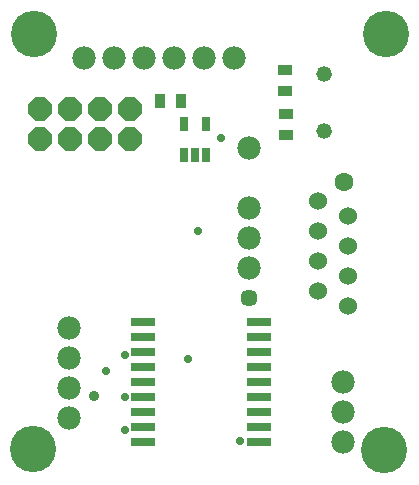
<source format=gts>
G75*
G70*
%OFA0B0*%
%FSLAX24Y24*%
%IPPOS*%
%LPD*%
%AMOC8*
5,1,8,0,0,1.08239X$1,22.5*
%
%ADD10R,0.0512X0.0355*%
%ADD11C,0.0520*%
%ADD12R,0.0840X0.0300*%
%ADD13C,0.0780*%
%ADD14C,0.0571*%
%ADD15OC8,0.0780*%
%ADD16C,0.0600*%
%ADD17C,0.0631*%
%ADD18R,0.0257X0.0512*%
%ADD19R,0.0355X0.0512*%
%ADD20C,0.0276*%
%ADD21C,0.0355*%
%ADD22C,0.1542*%
D10*
X013410Y016261D03*
X013410Y016969D03*
X013400Y017711D03*
X013400Y018419D03*
D11*
X014690Y018275D03*
X014690Y016375D03*
D12*
X012510Y010015D03*
X012510Y009515D03*
X012510Y009015D03*
X012510Y008515D03*
X012510Y008015D03*
X012510Y007515D03*
X012510Y007015D03*
X012510Y006515D03*
X012510Y006015D03*
X008650Y006015D03*
X008650Y006515D03*
X008650Y007015D03*
X008650Y007515D03*
X008650Y008015D03*
X008650Y008515D03*
X008650Y009015D03*
X008650Y009515D03*
X008650Y010015D03*
D13*
X006190Y009825D03*
X006190Y008825D03*
X006190Y007825D03*
X006190Y006825D03*
X012190Y011825D03*
X012190Y012825D03*
X012190Y013825D03*
X012190Y015825D03*
X011690Y018825D03*
X010690Y018825D03*
X009690Y018825D03*
X008690Y018825D03*
X007690Y018825D03*
X006690Y018825D03*
X015320Y008025D03*
X015320Y007025D03*
X015320Y006025D03*
D14*
X012190Y010825D03*
D15*
X008230Y016135D03*
X008230Y017135D03*
X007230Y017135D03*
X007230Y016135D03*
X006230Y016135D03*
X006230Y017135D03*
X005230Y017135D03*
X005230Y016135D03*
D16*
X014500Y014045D03*
X014500Y013045D03*
X014500Y012045D03*
X014500Y011045D03*
X015500Y010545D03*
X015500Y011545D03*
X015500Y012545D03*
X015500Y013545D03*
D17*
X015356Y014683D03*
D18*
X010764Y015593D03*
X010390Y015593D03*
X010015Y015593D03*
X010015Y016617D03*
X010764Y016617D03*
D19*
X009934Y017375D03*
X009225Y017375D03*
D20*
X011270Y016145D03*
X010500Y013065D03*
X008050Y008935D03*
X007420Y008375D03*
X008050Y007535D03*
X008050Y006415D03*
X010150Y008795D03*
X011900Y006065D03*
D21*
X007015Y007545D03*
D22*
X004995Y005805D03*
X016680Y005745D03*
X016745Y019615D03*
X005025Y019615D03*
M02*

</source>
